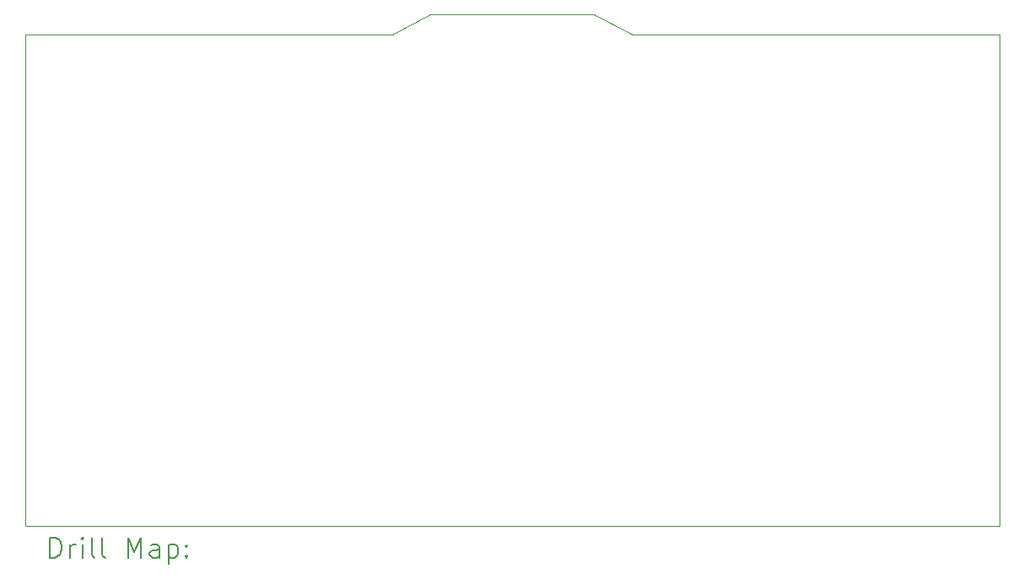
<source format=gbr>
%FSLAX45Y45*%
G04 Gerber Fmt 4.5, Leading zero omitted, Abs format (unit mm)*
G04 Created by KiCad (PCBNEW 6.0.1) date 2022-02-14 19:14:14*
%MOMM*%
%LPD*%
G01*
G04 APERTURE LIST*
%TA.AperFunction,Profile*%
%ADD10C,0.100000*%
%TD*%
%ADD11C,0.200000*%
G04 APERTURE END LIST*
D10*
X19588000Y-11702000D02*
X19588000Y-7150000D01*
X15904000Y-7150000D02*
X16056000Y-7150000D01*
X9808000Y-12090000D02*
X9880000Y-12090000D01*
X19588000Y-12042000D02*
X19588000Y-11702000D01*
X13880000Y-6950000D02*
X14003000Y-6950000D01*
X19184000Y-7150000D02*
X16056000Y-7150000D01*
X19415000Y-7150000D02*
X19184000Y-7150000D01*
X9808000Y-11623000D02*
X9808000Y-10606000D01*
X13492000Y-7150000D02*
X13880000Y-6950000D01*
X19588000Y-7150000D02*
X19415000Y-7150000D01*
X9808000Y-10606000D02*
X9808000Y-7150000D01*
X15904000Y-7150000D02*
X15520000Y-6950000D01*
X14003000Y-6950000D02*
X15520000Y-6950000D01*
X9808000Y-7150000D02*
X13492000Y-7150000D01*
X19588000Y-12090000D02*
X19588000Y-12042000D01*
X9808000Y-12090000D02*
X9808000Y-12029000D01*
X9808000Y-12029000D02*
X9808000Y-11623000D01*
X9880000Y-12090000D02*
X19588000Y-12090000D01*
D11*
X10060619Y-12405476D02*
X10060619Y-12205476D01*
X10108238Y-12205476D01*
X10136810Y-12215000D01*
X10155857Y-12234048D01*
X10165381Y-12253095D01*
X10174905Y-12291190D01*
X10174905Y-12319762D01*
X10165381Y-12357857D01*
X10155857Y-12376905D01*
X10136810Y-12395952D01*
X10108238Y-12405476D01*
X10060619Y-12405476D01*
X10260619Y-12405476D02*
X10260619Y-12272143D01*
X10260619Y-12310238D02*
X10270143Y-12291190D01*
X10279667Y-12281667D01*
X10298714Y-12272143D01*
X10317762Y-12272143D01*
X10384429Y-12405476D02*
X10384429Y-12272143D01*
X10384429Y-12205476D02*
X10374905Y-12215000D01*
X10384429Y-12224524D01*
X10393952Y-12215000D01*
X10384429Y-12205476D01*
X10384429Y-12224524D01*
X10508238Y-12405476D02*
X10489190Y-12395952D01*
X10479667Y-12376905D01*
X10479667Y-12205476D01*
X10613000Y-12405476D02*
X10593952Y-12395952D01*
X10584429Y-12376905D01*
X10584429Y-12205476D01*
X10841571Y-12405476D02*
X10841571Y-12205476D01*
X10908238Y-12348333D01*
X10974905Y-12205476D01*
X10974905Y-12405476D01*
X11155857Y-12405476D02*
X11155857Y-12300714D01*
X11146333Y-12281667D01*
X11127286Y-12272143D01*
X11089190Y-12272143D01*
X11070143Y-12281667D01*
X11155857Y-12395952D02*
X11136810Y-12405476D01*
X11089190Y-12405476D01*
X11070143Y-12395952D01*
X11060619Y-12376905D01*
X11060619Y-12357857D01*
X11070143Y-12338809D01*
X11089190Y-12329286D01*
X11136810Y-12329286D01*
X11155857Y-12319762D01*
X11251095Y-12272143D02*
X11251095Y-12472143D01*
X11251095Y-12281667D02*
X11270143Y-12272143D01*
X11308238Y-12272143D01*
X11327286Y-12281667D01*
X11336809Y-12291190D01*
X11346333Y-12310238D01*
X11346333Y-12367381D01*
X11336809Y-12386428D01*
X11327286Y-12395952D01*
X11308238Y-12405476D01*
X11270143Y-12405476D01*
X11251095Y-12395952D01*
X11432048Y-12386428D02*
X11441571Y-12395952D01*
X11432048Y-12405476D01*
X11422524Y-12395952D01*
X11432048Y-12386428D01*
X11432048Y-12405476D01*
X11432048Y-12281667D02*
X11441571Y-12291190D01*
X11432048Y-12300714D01*
X11422524Y-12291190D01*
X11432048Y-12281667D01*
X11432048Y-12300714D01*
M02*

</source>
